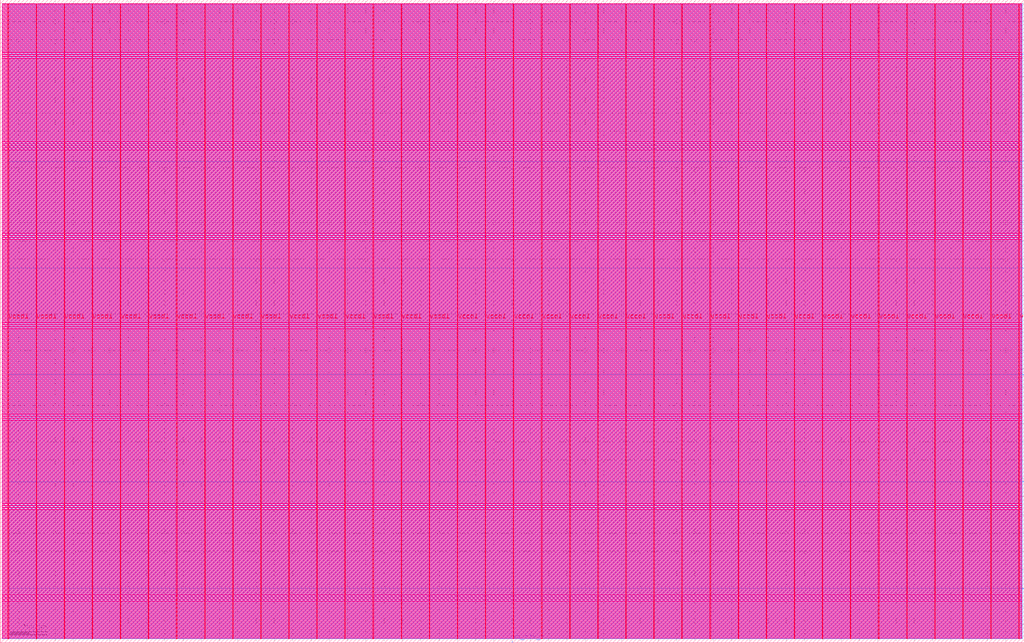
<source format=lef>
VERSION 5.7 ;
  NOWIREEXTENSIONATPIN ON ;
  DIVIDERCHAR "/" ;
  BUSBITCHARS "[]" ;
MACRO user_proj_example
  CLASS BLOCK ;
  FOREIGN user_proj_example ;
  ORIGIN 0.000 0.000 ;
  SIZE 2800.000 BY 1760.000 ;
  PIN io_in[0]
    DIRECTION INPUT ;
    USE SIGNAL ;
    PORT
      LAYER met3 ;
        RECT 2796.000 148.280 2800.000 148.880 ;
    END
  END io_in[0]
  PIN io_in[1]
    DIRECTION INPUT ;
    USE SIGNAL ;
    PORT
      LAYER met3 ;
        RECT 2796.000 440.680 2800.000 441.280 ;
    END
  END io_in[1]
  PIN io_out[0]
    DIRECTION OUTPUT TRISTATE ;
    USE SIGNAL ;
    PORT
      LAYER met3 ;
        RECT 2796.000 733.080 2800.000 733.680 ;
    END
  END io_out[0]
  PIN io_out[1]
    DIRECTION OUTPUT TRISTATE ;
    USE SIGNAL ;
    PORT
      LAYER met3 ;
        RECT 2796.000 1025.480 2800.000 1026.080 ;
    END
  END io_out[1]
  PIN io_out[2]
    DIRECTION OUTPUT TRISTATE ;
    USE SIGNAL ;
    PORT
      LAYER met3 ;
        RECT 2796.000 1317.880 2800.000 1318.480 ;
    END
  END io_out[2]
  PIN io_out[3]
    DIRECTION OUTPUT TRISTATE ;
    USE SIGNAL ;
    PORT
      LAYER met3 ;
        RECT 2796.000 1610.280 2800.000 1610.880 ;
    END
  END io_out[3]
  PIN vccd1
    DIRECTION INOUT ;
    USE POWER ;
    PORT
      LAYER met4 ;
        RECT 21.040 10.640 22.640 1749.200 ;
    END
    PORT
      LAYER met4 ;
        RECT 174.640 10.640 176.240 1749.200 ;
    END
    PORT
      LAYER met4 ;
        RECT 328.240 10.640 329.840 1749.200 ;
    END
    PORT
      LAYER met4 ;
        RECT 481.840 10.640 483.440 1749.200 ;
    END
    PORT
      LAYER met4 ;
        RECT 635.440 10.640 637.040 1749.200 ;
    END
    PORT
      LAYER met4 ;
        RECT 789.040 10.640 790.640 1749.200 ;
    END
    PORT
      LAYER met4 ;
        RECT 942.640 10.640 944.240 1749.200 ;
    END
    PORT
      LAYER met4 ;
        RECT 1096.240 10.640 1097.840 1749.200 ;
    END
    PORT
      LAYER met4 ;
        RECT 1249.840 10.640 1251.440 1749.200 ;
    END
    PORT
      LAYER met4 ;
        RECT 1403.440 10.640 1405.040 1749.200 ;
    END
    PORT
      LAYER met4 ;
        RECT 1557.040 10.640 1558.640 1749.200 ;
    END
    PORT
      LAYER met4 ;
        RECT 1710.640 10.640 1712.240 1749.200 ;
    END
    PORT
      LAYER met4 ;
        RECT 1864.240 10.640 1865.840 1749.200 ;
    END
    PORT
      LAYER met4 ;
        RECT 2017.840 10.640 2019.440 1749.200 ;
    END
    PORT
      LAYER met4 ;
        RECT 2171.440 10.640 2173.040 1749.200 ;
    END
    PORT
      LAYER met4 ;
        RECT 2325.040 10.640 2326.640 1749.200 ;
    END
    PORT
      LAYER met4 ;
        RECT 2478.640 10.640 2480.240 1749.200 ;
    END
    PORT
      LAYER met4 ;
        RECT 2632.240 10.640 2633.840 1749.200 ;
    END
    PORT
      LAYER met4 ;
        RECT 2785.840 10.640 2787.440 1749.200 ;
    END
  END vccd1
  PIN vssd1
    DIRECTION INOUT ;
    USE GROUND ;
    PORT
      LAYER met4 ;
        RECT 97.840 10.640 99.440 1749.200 ;
    END
    PORT
      LAYER met4 ;
        RECT 251.440 10.640 253.040 1749.200 ;
    END
    PORT
      LAYER met4 ;
        RECT 405.040 10.640 406.640 1749.200 ;
    END
    PORT
      LAYER met4 ;
        RECT 558.640 10.640 560.240 1749.200 ;
    END
    PORT
      LAYER met4 ;
        RECT 712.240 10.640 713.840 1749.200 ;
    END
    PORT
      LAYER met4 ;
        RECT 865.840 10.640 867.440 1749.200 ;
    END
    PORT
      LAYER met4 ;
        RECT 1019.440 10.640 1021.040 1749.200 ;
    END
    PORT
      LAYER met4 ;
        RECT 1173.040 10.640 1174.640 1749.200 ;
    END
    PORT
      LAYER met4 ;
        RECT 1326.640 10.640 1328.240 1749.200 ;
    END
    PORT
      LAYER met4 ;
        RECT 1480.240 10.640 1481.840 1749.200 ;
    END
    PORT
      LAYER met4 ;
        RECT 1633.840 10.640 1635.440 1749.200 ;
    END
    PORT
      LAYER met4 ;
        RECT 1787.440 10.640 1789.040 1749.200 ;
    END
    PORT
      LAYER met4 ;
        RECT 1941.040 10.640 1942.640 1749.200 ;
    END
    PORT
      LAYER met4 ;
        RECT 2094.640 10.640 2096.240 1749.200 ;
    END
    PORT
      LAYER met4 ;
        RECT 2248.240 10.640 2249.840 1749.200 ;
    END
    PORT
      LAYER met4 ;
        RECT 2401.840 10.640 2403.440 1749.200 ;
    END
    PORT
      LAYER met4 ;
        RECT 2555.440 10.640 2557.040 1749.200 ;
    END
    PORT
      LAYER met4 ;
        RECT 2709.040 10.640 2710.640 1749.200 ;
    END
  END vssd1
  PIN wb_clk_i
    DIRECTION INPUT ;
    USE SIGNAL ;
    PORT
      LAYER met2 ;
        RECT 1399.870 0.000 1400.150 4.000 ;
    END
  END wb_clk_i
  OBS
      LAYER nwell ;
        RECT 5.330 1747.545 2794.230 1749.150 ;
        RECT 5.330 1742.105 2794.230 1744.935 ;
        RECT 5.330 1736.665 2794.230 1739.495 ;
        RECT 5.330 1731.225 2794.230 1734.055 ;
        RECT 5.330 1725.785 2794.230 1728.615 ;
        RECT 5.330 1720.345 2794.230 1723.175 ;
        RECT 5.330 1714.905 2794.230 1717.735 ;
        RECT 5.330 1709.465 2794.230 1712.295 ;
        RECT 5.330 1704.025 2794.230 1706.855 ;
        RECT 5.330 1698.585 2794.230 1701.415 ;
        RECT 5.330 1693.145 2794.230 1695.975 ;
        RECT 5.330 1687.705 2794.230 1690.535 ;
        RECT 5.330 1682.265 2794.230 1685.095 ;
        RECT 5.330 1676.825 2794.230 1679.655 ;
        RECT 5.330 1671.385 2794.230 1674.215 ;
        RECT 5.330 1665.945 2794.230 1668.775 ;
        RECT 5.330 1660.505 2794.230 1663.335 ;
        RECT 5.330 1655.065 2794.230 1657.895 ;
        RECT 5.330 1649.625 2794.230 1652.455 ;
        RECT 5.330 1644.185 2794.230 1647.015 ;
        RECT 5.330 1638.745 2794.230 1641.575 ;
        RECT 5.330 1633.305 2794.230 1636.135 ;
        RECT 5.330 1627.865 2794.230 1630.695 ;
        RECT 5.330 1622.425 2794.230 1625.255 ;
        RECT 5.330 1616.985 2794.230 1619.815 ;
        RECT 5.330 1611.545 2794.230 1614.375 ;
        RECT 5.330 1606.105 2794.230 1608.935 ;
        RECT 5.330 1600.665 2794.230 1603.495 ;
        RECT 5.330 1595.225 2794.230 1598.055 ;
        RECT 5.330 1589.785 2794.230 1592.615 ;
        RECT 5.330 1584.345 2794.230 1587.175 ;
        RECT 5.330 1578.905 2794.230 1581.735 ;
        RECT 5.330 1573.465 2794.230 1576.295 ;
        RECT 5.330 1568.025 2794.230 1570.855 ;
        RECT 5.330 1562.585 2794.230 1565.415 ;
        RECT 5.330 1557.145 2794.230 1559.975 ;
        RECT 5.330 1551.705 2794.230 1554.535 ;
        RECT 5.330 1546.265 2794.230 1549.095 ;
        RECT 5.330 1540.825 2794.230 1543.655 ;
        RECT 5.330 1535.385 2794.230 1538.215 ;
        RECT 5.330 1529.945 2794.230 1532.775 ;
        RECT 5.330 1524.505 2794.230 1527.335 ;
        RECT 5.330 1519.065 2794.230 1521.895 ;
        RECT 5.330 1513.625 2794.230 1516.455 ;
        RECT 5.330 1508.185 2794.230 1511.015 ;
        RECT 5.330 1502.745 2794.230 1505.575 ;
        RECT 5.330 1497.305 2794.230 1500.135 ;
        RECT 5.330 1491.865 2794.230 1494.695 ;
        RECT 5.330 1486.425 2794.230 1489.255 ;
        RECT 5.330 1480.985 2794.230 1483.815 ;
        RECT 5.330 1475.545 2794.230 1478.375 ;
        RECT 5.330 1470.105 2794.230 1472.935 ;
        RECT 5.330 1464.665 2794.230 1467.495 ;
        RECT 5.330 1459.225 2794.230 1462.055 ;
        RECT 5.330 1453.785 2794.230 1456.615 ;
        RECT 5.330 1448.345 2794.230 1451.175 ;
        RECT 5.330 1442.905 2794.230 1445.735 ;
        RECT 5.330 1437.465 2794.230 1440.295 ;
        RECT 5.330 1432.025 2794.230 1434.855 ;
        RECT 5.330 1426.585 2794.230 1429.415 ;
        RECT 5.330 1421.145 2794.230 1423.975 ;
        RECT 5.330 1415.705 2794.230 1418.535 ;
        RECT 5.330 1410.265 2794.230 1413.095 ;
        RECT 5.330 1404.825 2794.230 1407.655 ;
        RECT 5.330 1399.385 2794.230 1402.215 ;
        RECT 5.330 1393.945 2794.230 1396.775 ;
        RECT 5.330 1388.505 2794.230 1391.335 ;
        RECT 5.330 1383.065 2794.230 1385.895 ;
        RECT 5.330 1377.625 2794.230 1380.455 ;
        RECT 5.330 1372.185 2794.230 1375.015 ;
        RECT 5.330 1366.745 2794.230 1369.575 ;
        RECT 5.330 1361.305 2794.230 1364.135 ;
        RECT 5.330 1355.865 2794.230 1358.695 ;
        RECT 5.330 1350.425 2794.230 1353.255 ;
        RECT 5.330 1344.985 2794.230 1347.815 ;
        RECT 5.330 1339.545 2794.230 1342.375 ;
        RECT 5.330 1334.105 2794.230 1336.935 ;
        RECT 5.330 1328.665 2794.230 1331.495 ;
        RECT 5.330 1323.225 2794.230 1326.055 ;
        RECT 5.330 1317.785 2794.230 1320.615 ;
        RECT 5.330 1312.345 2794.230 1315.175 ;
        RECT 5.330 1306.905 2794.230 1309.735 ;
        RECT 5.330 1301.465 2794.230 1304.295 ;
        RECT 5.330 1296.025 2794.230 1298.855 ;
        RECT 5.330 1290.585 2794.230 1293.415 ;
        RECT 5.330 1285.145 2794.230 1287.975 ;
        RECT 5.330 1279.705 2794.230 1282.535 ;
        RECT 5.330 1274.265 2794.230 1277.095 ;
        RECT 5.330 1268.825 2794.230 1271.655 ;
        RECT 5.330 1263.385 2794.230 1266.215 ;
        RECT 5.330 1257.945 2794.230 1260.775 ;
        RECT 5.330 1252.505 2794.230 1255.335 ;
        RECT 5.330 1247.065 2794.230 1249.895 ;
        RECT 5.330 1241.625 2794.230 1244.455 ;
        RECT 5.330 1236.185 2794.230 1239.015 ;
        RECT 5.330 1230.745 2794.230 1233.575 ;
        RECT 5.330 1225.305 2794.230 1228.135 ;
        RECT 5.330 1219.865 2794.230 1222.695 ;
        RECT 5.330 1214.425 2794.230 1217.255 ;
        RECT 5.330 1208.985 2794.230 1211.815 ;
        RECT 5.330 1203.545 2794.230 1206.375 ;
        RECT 5.330 1198.105 2794.230 1200.935 ;
        RECT 5.330 1192.665 2794.230 1195.495 ;
        RECT 5.330 1187.225 2794.230 1190.055 ;
        RECT 5.330 1181.785 2794.230 1184.615 ;
        RECT 5.330 1176.345 2794.230 1179.175 ;
        RECT 5.330 1170.905 2794.230 1173.735 ;
        RECT 5.330 1165.465 2794.230 1168.295 ;
        RECT 5.330 1160.025 2794.230 1162.855 ;
        RECT 5.330 1154.585 2794.230 1157.415 ;
        RECT 5.330 1149.145 2794.230 1151.975 ;
        RECT 5.330 1143.705 2794.230 1146.535 ;
        RECT 5.330 1138.265 2794.230 1141.095 ;
        RECT 5.330 1132.825 2794.230 1135.655 ;
        RECT 5.330 1127.385 2794.230 1130.215 ;
        RECT 5.330 1121.945 2794.230 1124.775 ;
        RECT 5.330 1116.505 2794.230 1119.335 ;
        RECT 5.330 1111.065 2794.230 1113.895 ;
        RECT 5.330 1105.625 2794.230 1108.455 ;
        RECT 5.330 1100.185 2794.230 1103.015 ;
        RECT 5.330 1094.745 2794.230 1097.575 ;
        RECT 5.330 1089.305 2794.230 1092.135 ;
        RECT 5.330 1083.865 2794.230 1086.695 ;
        RECT 5.330 1078.425 2794.230 1081.255 ;
        RECT 5.330 1072.985 2794.230 1075.815 ;
        RECT 5.330 1067.545 2794.230 1070.375 ;
        RECT 5.330 1062.105 2794.230 1064.935 ;
        RECT 5.330 1056.665 2794.230 1059.495 ;
        RECT 5.330 1051.225 2794.230 1054.055 ;
        RECT 5.330 1045.785 2794.230 1048.615 ;
        RECT 5.330 1040.345 2794.230 1043.175 ;
        RECT 5.330 1034.905 2794.230 1037.735 ;
        RECT 5.330 1029.465 2794.230 1032.295 ;
        RECT 5.330 1024.025 2794.230 1026.855 ;
        RECT 5.330 1018.585 2794.230 1021.415 ;
        RECT 5.330 1013.145 2794.230 1015.975 ;
        RECT 5.330 1007.705 2794.230 1010.535 ;
        RECT 5.330 1002.265 2794.230 1005.095 ;
        RECT 5.330 996.825 2794.230 999.655 ;
        RECT 5.330 991.385 2794.230 994.215 ;
        RECT 5.330 985.945 2794.230 988.775 ;
        RECT 5.330 980.505 2794.230 983.335 ;
        RECT 5.330 975.065 2794.230 977.895 ;
        RECT 5.330 969.625 2794.230 972.455 ;
        RECT 5.330 964.185 2794.230 967.015 ;
        RECT 5.330 958.745 2794.230 961.575 ;
        RECT 5.330 953.305 2794.230 956.135 ;
        RECT 5.330 947.865 2794.230 950.695 ;
        RECT 5.330 942.425 2794.230 945.255 ;
        RECT 5.330 936.985 2794.230 939.815 ;
        RECT 5.330 931.545 2794.230 934.375 ;
        RECT 5.330 926.105 2794.230 928.935 ;
        RECT 5.330 920.665 2794.230 923.495 ;
        RECT 5.330 915.225 2794.230 918.055 ;
        RECT 5.330 909.785 2794.230 912.615 ;
        RECT 5.330 904.345 2794.230 907.175 ;
        RECT 5.330 898.905 2794.230 901.735 ;
        RECT 5.330 893.465 2794.230 896.295 ;
        RECT 5.330 888.025 2794.230 890.855 ;
        RECT 5.330 882.585 2794.230 885.415 ;
        RECT 5.330 877.145 2794.230 879.975 ;
        RECT 5.330 871.705 2794.230 874.535 ;
        RECT 5.330 866.265 2794.230 869.095 ;
        RECT 5.330 860.825 2794.230 863.655 ;
        RECT 5.330 855.385 2794.230 858.215 ;
        RECT 5.330 849.945 2794.230 852.775 ;
        RECT 5.330 844.505 2794.230 847.335 ;
        RECT 5.330 839.065 2794.230 841.895 ;
        RECT 5.330 833.625 2794.230 836.455 ;
        RECT 5.330 828.185 2794.230 831.015 ;
        RECT 5.330 822.745 2794.230 825.575 ;
        RECT 5.330 817.305 2794.230 820.135 ;
        RECT 5.330 811.865 2794.230 814.695 ;
        RECT 5.330 806.425 2794.230 809.255 ;
        RECT 5.330 800.985 2794.230 803.815 ;
        RECT 5.330 795.545 2794.230 798.375 ;
        RECT 5.330 790.105 2794.230 792.935 ;
        RECT 5.330 784.665 2794.230 787.495 ;
        RECT 5.330 779.225 2794.230 782.055 ;
        RECT 5.330 773.785 2794.230 776.615 ;
        RECT 5.330 768.345 2794.230 771.175 ;
        RECT 5.330 762.905 2794.230 765.735 ;
        RECT 5.330 757.465 2794.230 760.295 ;
        RECT 5.330 752.025 2794.230 754.855 ;
        RECT 5.330 746.585 2794.230 749.415 ;
        RECT 5.330 741.145 2794.230 743.975 ;
        RECT 5.330 735.705 2794.230 738.535 ;
        RECT 5.330 730.265 2794.230 733.095 ;
        RECT 5.330 724.825 2794.230 727.655 ;
        RECT 5.330 719.385 2794.230 722.215 ;
        RECT 5.330 713.945 2794.230 716.775 ;
        RECT 5.330 708.505 2794.230 711.335 ;
        RECT 5.330 703.065 2794.230 705.895 ;
        RECT 5.330 697.625 2794.230 700.455 ;
        RECT 5.330 692.185 2794.230 695.015 ;
        RECT 5.330 686.745 2794.230 689.575 ;
        RECT 5.330 681.305 2794.230 684.135 ;
        RECT 5.330 675.865 2794.230 678.695 ;
        RECT 5.330 670.425 2794.230 673.255 ;
        RECT 5.330 664.985 2794.230 667.815 ;
        RECT 5.330 659.545 2794.230 662.375 ;
        RECT 5.330 654.105 2794.230 656.935 ;
        RECT 5.330 648.665 2794.230 651.495 ;
        RECT 5.330 643.225 2794.230 646.055 ;
        RECT 5.330 637.785 2794.230 640.615 ;
        RECT 5.330 632.345 2794.230 635.175 ;
        RECT 5.330 626.905 2794.230 629.735 ;
        RECT 5.330 621.465 2794.230 624.295 ;
        RECT 5.330 616.025 2794.230 618.855 ;
        RECT 5.330 610.585 2794.230 613.415 ;
        RECT 5.330 605.145 2794.230 607.975 ;
        RECT 5.330 599.705 2794.230 602.535 ;
        RECT 5.330 594.265 2794.230 597.095 ;
        RECT 5.330 588.825 2794.230 591.655 ;
        RECT 5.330 583.385 2794.230 586.215 ;
        RECT 5.330 577.945 2794.230 580.775 ;
        RECT 5.330 572.505 2794.230 575.335 ;
        RECT 5.330 567.065 2794.230 569.895 ;
        RECT 5.330 561.625 2794.230 564.455 ;
        RECT 5.330 556.185 2794.230 559.015 ;
        RECT 5.330 550.745 2794.230 553.575 ;
        RECT 5.330 545.305 2794.230 548.135 ;
        RECT 5.330 539.865 2794.230 542.695 ;
        RECT 5.330 534.425 2794.230 537.255 ;
        RECT 5.330 528.985 2794.230 531.815 ;
        RECT 5.330 523.545 2794.230 526.375 ;
        RECT 5.330 518.105 2794.230 520.935 ;
        RECT 5.330 512.665 2794.230 515.495 ;
        RECT 5.330 507.225 2794.230 510.055 ;
        RECT 5.330 501.785 2794.230 504.615 ;
        RECT 5.330 496.345 2794.230 499.175 ;
        RECT 5.330 490.905 2794.230 493.735 ;
        RECT 5.330 485.465 2794.230 488.295 ;
        RECT 5.330 480.025 2794.230 482.855 ;
        RECT 5.330 474.585 2794.230 477.415 ;
        RECT 5.330 469.145 2794.230 471.975 ;
        RECT 5.330 463.705 2794.230 466.535 ;
        RECT 5.330 458.265 2794.230 461.095 ;
        RECT 5.330 452.825 2794.230 455.655 ;
        RECT 5.330 447.385 2794.230 450.215 ;
        RECT 5.330 441.945 2794.230 444.775 ;
        RECT 5.330 436.505 2794.230 439.335 ;
        RECT 5.330 431.065 2794.230 433.895 ;
        RECT 5.330 425.625 2794.230 428.455 ;
        RECT 5.330 420.185 2794.230 423.015 ;
        RECT 5.330 414.745 2794.230 417.575 ;
        RECT 5.330 409.305 2794.230 412.135 ;
        RECT 5.330 403.865 2794.230 406.695 ;
        RECT 5.330 398.425 2794.230 401.255 ;
        RECT 5.330 392.985 2794.230 395.815 ;
        RECT 5.330 387.545 2794.230 390.375 ;
        RECT 5.330 382.105 2794.230 384.935 ;
        RECT 5.330 376.665 2794.230 379.495 ;
        RECT 5.330 371.225 2794.230 374.055 ;
        RECT 5.330 365.785 2794.230 368.615 ;
        RECT 5.330 360.345 2794.230 363.175 ;
        RECT 5.330 354.905 2794.230 357.735 ;
        RECT 5.330 349.465 2794.230 352.295 ;
        RECT 5.330 344.025 2794.230 346.855 ;
        RECT 5.330 338.585 2794.230 341.415 ;
        RECT 5.330 333.145 2794.230 335.975 ;
        RECT 5.330 327.705 2794.230 330.535 ;
        RECT 5.330 322.265 2794.230 325.095 ;
        RECT 5.330 316.825 2794.230 319.655 ;
        RECT 5.330 311.385 2794.230 314.215 ;
        RECT 5.330 305.945 2794.230 308.775 ;
        RECT 5.330 300.505 2794.230 303.335 ;
        RECT 5.330 295.065 2794.230 297.895 ;
        RECT 5.330 289.625 2794.230 292.455 ;
        RECT 5.330 284.185 2794.230 287.015 ;
        RECT 5.330 278.745 2794.230 281.575 ;
        RECT 5.330 273.305 2794.230 276.135 ;
        RECT 5.330 267.865 2794.230 270.695 ;
        RECT 5.330 262.425 2794.230 265.255 ;
        RECT 5.330 256.985 2794.230 259.815 ;
        RECT 5.330 251.545 2794.230 254.375 ;
        RECT 5.330 246.105 2794.230 248.935 ;
        RECT 5.330 240.665 2794.230 243.495 ;
        RECT 5.330 235.225 2794.230 238.055 ;
        RECT 5.330 229.785 2794.230 232.615 ;
        RECT 5.330 224.345 2794.230 227.175 ;
        RECT 5.330 218.905 2794.230 221.735 ;
        RECT 5.330 213.465 2794.230 216.295 ;
        RECT 5.330 208.025 2794.230 210.855 ;
        RECT 5.330 202.585 2794.230 205.415 ;
        RECT 5.330 197.145 2794.230 199.975 ;
        RECT 5.330 191.705 2794.230 194.535 ;
        RECT 5.330 186.265 2794.230 189.095 ;
        RECT 5.330 180.825 2794.230 183.655 ;
        RECT 5.330 175.385 2794.230 178.215 ;
        RECT 5.330 169.945 2794.230 172.775 ;
        RECT 5.330 164.505 2794.230 167.335 ;
        RECT 5.330 159.065 2794.230 161.895 ;
        RECT 5.330 153.625 2794.230 156.455 ;
        RECT 5.330 148.185 2794.230 151.015 ;
        RECT 5.330 142.745 2794.230 145.575 ;
        RECT 5.330 137.305 2794.230 140.135 ;
        RECT 5.330 131.865 2794.230 134.695 ;
        RECT 5.330 126.425 2794.230 129.255 ;
        RECT 5.330 120.985 2794.230 123.815 ;
        RECT 5.330 115.545 2794.230 118.375 ;
        RECT 5.330 110.105 2794.230 112.935 ;
        RECT 5.330 104.665 2794.230 107.495 ;
        RECT 5.330 99.225 2794.230 102.055 ;
        RECT 5.330 93.785 2794.230 96.615 ;
        RECT 5.330 88.345 2794.230 91.175 ;
        RECT 5.330 82.905 2794.230 85.735 ;
        RECT 5.330 77.465 2794.230 80.295 ;
        RECT 5.330 72.025 2794.230 74.855 ;
        RECT 5.330 66.585 2794.230 69.415 ;
        RECT 5.330 61.145 2794.230 63.975 ;
        RECT 5.330 55.705 2794.230 58.535 ;
        RECT 5.330 50.265 2794.230 53.095 ;
        RECT 5.330 44.825 2794.230 47.655 ;
        RECT 5.330 39.385 2794.230 42.215 ;
        RECT 5.330 33.945 2794.230 36.775 ;
        RECT 5.330 28.505 2794.230 31.335 ;
        RECT 5.330 23.065 2794.230 25.895 ;
        RECT 5.330 17.625 2794.230 20.455 ;
        RECT 5.330 12.185 2794.230 15.015 ;
      LAYER li1 ;
        RECT 5.520 10.795 2794.040 1749.045 ;
      LAYER met1 ;
        RECT 5.520 10.640 2794.040 1749.200 ;
      LAYER met2 ;
        RECT 21.070 10.695 2792.570 1749.145 ;
      LAYER met3 ;
        RECT 21.050 1611.280 2796.000 1749.125 ;
        RECT 21.050 1609.880 2795.600 1611.280 ;
        RECT 21.050 1318.880 2796.000 1609.880 ;
        RECT 21.050 1317.480 2795.600 1318.880 ;
        RECT 21.050 1026.480 2796.000 1317.480 ;
        RECT 21.050 1025.080 2795.600 1026.480 ;
        RECT 21.050 734.080 2796.000 1025.080 ;
        RECT 21.050 732.680 2795.600 734.080 ;
        RECT 21.050 441.680 2796.000 732.680 ;
        RECT 21.050 440.280 2795.600 441.680 ;
        RECT 21.050 149.280 2796.000 440.280 ;
        RECT 21.050 147.880 2795.600 149.280 ;
        RECT 21.050 10.715 2796.000 147.880 ;
  END
END user_proj_example
END LIBRARY


</source>
